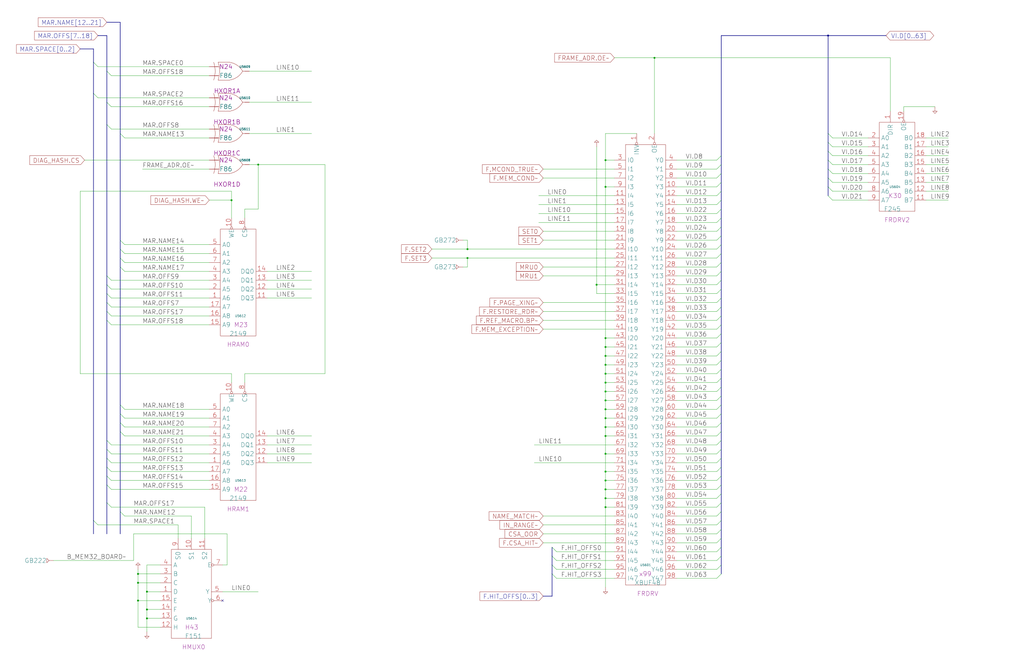
<source format=kicad_sch>
(kicad_sch (version 20211123) (generator eeschema)
  (paper "User" 584.2 378.46)
  (title_block (title "HASH FUNCTION / FRAME DRIVER") (date "20-MAR-90") (rev "1.0") (comment 1 "FIU") (comment 2 "232-003065") (comment 3 "S400") (comment 4 "RELEASED"))
  (lib_symbols
    (symbol "r1000:2149" (pin_names (offset 1.016))
      (property "Reference" "U" (at 2.54 5.08 0))
      (property "Value" "2149" (at -3.81 -5.08 0))
      (property "Location" "___" (at -1.27 0 0))
      (property "Name" "______" (at 1.27 -12.7 0))
      (symbol "2149_1_1"
        (pin input line (at -15.24 15.24 0) (length 6.35) (name "A6") (number "1"))
        (pin input line (at -2.54 60.96 270) (length 5.08) (name "WE") (number "10"))
        (pin tri_state line (at 17.78 15.24 180) (length 6.35) (name "DQ3") (number "11"))
        (pin tri_state line (at 17.78 20.32 180) (length 6.35) (name "DQ2") (number "12"))
        (pin tri_state line (at 17.78 25.4 180) (length 6.35) (name "DQ1") (number "13"))
        (pin tri_state line (at 17.78 30.48 180) (length 6.35) (name "DQ0") (number "14"))
        (pin input line (at -15.24 0 0) (length 6.35) (name "A9") (number "15"))
        (pin input line (at -15.24 5.08 0) (length 6.35) (name "A8") (number "16"))
        (pin input line (at -15.24 10.16 0) (length 6.35) (name "A7") (number "17"))
        (pin input line (at -15.24 20.32 0) (length 6.35) (name "A5") (number "2"))
        (pin input line (at -15.24 25.4 0) (length 6.35) (name "A4") (number "3"))
        (pin input line (at -15.24 30.48 0) (length 6.35) (name "A3") (number "4"))
        (pin input line (at -15.24 45.72 0) (length 6.35) (name "A0") (number "5"))
        (pin input line (at -15.24 40.64 0) (length 6.35) (name "A1") (number "6"))
        (pin input line (at -15.24 35.56 0) (length 6.35) (name "A2") (number "7"))
        (pin input line (at 5.08 60.96 270) (length 5.08) (name "CS") (number "8"))
      )
    )
    (symbol "r1000:F151" (pin_names (offset 1.016))
      (property "Reference" "U" (at 2.54 5.08 0))
      (property "Value" "F151" (at -1.27 -5.08 0))
      (property "Location" "___" (at -1.27 0 0))
      (property "Name" "______" (at 3.81 -12.7 0))
      (symbol "F151_1_1"
        (pin input line (at -15.24 20.32 0) (length 6.35) (name "D") (number "1"))
        (pin input line (at 2.54 50.8 270) (length 6.35) (name "S1") (number "10"))
        (pin input line (at 10.16 50.8 270) (length 6.35) (name "S2") (number "11"))
        (pin input line (at -15.24 0 0) (length 6.35) (name "H") (number "12"))
        (pin input line (at -15.24 5.08 0) (length 6.35) (name "G") (number "13"))
        (pin input line (at -15.24 10.16 0) (length 6.35) (name "F") (number "14"))
        (pin input line (at -15.24 15.24 0) (length 6.35) (name "E") (number "15"))
        (pin input line (at -15.24 25.4 0) (length 6.35) (name "C") (number "2"))
        (pin input line (at -15.24 30.48 0) (length 6.35) (name "B") (number "3"))
        (pin input line (at -15.24 35.56 0) (length 6.35) (name "A") (number "4"))
        (pin output line (at 20.32 20.32 180) (length 6.35) (name "Y") (number "5"))
        (pin output line (at 20.32 15.24 180) (length 5.08) (name "Y") (number "6"))
        (pin input line (at 20.32 35.56 180) (length 5.08) (name "E") (number "7"))
        (pin input line (at -5.08 50.8 270) (length 6.35) (name "S0") (number "9"))
      )
    )
    (symbol "r1000:F245" (pin_names (offset 1.016))
      (property "Reference" "U" (at 2.54 5.08 0))
      (property "Value" "F245" (at -3.81 -7.62 0))
      (property "Location" "___" (at -1.27 0 0))
      (property "Name" "______" (at 3.81 -15.24 0))
      (symbol "F245_1_1"
        (pin input line (at 0 48.26 270) (length 6.35) (name "DIR") (number "1"))
        (pin tri_state line (at 20.32 -2.54 180) (length 6.35) (name "B7") (number "11"))
        (pin tri_state line (at 20.32 2.54 180) (length 6.35) (name "B6") (number "12"))
        (pin tri_state line (at 20.32 7.62 180) (length 6.35) (name "B5") (number "13"))
        (pin tri_state line (at 20.32 12.7 180) (length 6.35) (name "B4") (number "14"))
        (pin tri_state line (at 20.32 17.78 180) (length 6.35) (name "B3") (number "15"))
        (pin tri_state line (at 20.32 22.86 180) (length 6.35) (name "B2") (number "16"))
        (pin tri_state line (at 20.32 27.94 180) (length 6.35) (name "B1") (number "17"))
        (pin tri_state line (at 20.32 33.02 180) (length 6.35) (name "B0") (number "18"))
        (pin input line (at 7.62 48.26 270) (length 5.08) (name "OE") (number "19"))
        (pin tri_state line (at -12.7 33.02 0) (length 6.35) (name "A0") (number "2"))
        (pin tri_state line (at -12.7 27.94 0) (length 6.35) (name "A1") (number "3"))
        (pin tri_state line (at -12.7 22.86 0) (length 6.35) (name "A2") (number "4"))
        (pin tri_state line (at -12.7 17.78 0) (length 6.35) (name "A3") (number "5"))
        (pin tri_state line (at -12.7 12.7 0) (length 6.35) (name "A4") (number "6"))
        (pin tri_state line (at -12.7 7.62 0) (length 6.35) (name "A5") (number "7"))
        (pin tri_state line (at -12.7 2.54 0) (length 6.35) (name "A6") (number "8"))
        (pin tri_state line (at -12.7 -2.54 0) (length 6.35) (name "A7") (number "9"))
      )
    )
    (symbol "r1000:F86" (pin_numbers hide) (pin_names hide)
      (property "Reference" "U" (at 12.7 2.54 0))
      (property "Value" "F86" (at 1.905 -2.54 0))
      (property "Location" "___" (at 1.905 2.54 0))
      (property "Name" "______" (at 2.54 -12.7 0))
      (symbol "F86_1_1"
        (pin input line (at -7.62 2.54 0) (length 5.08) (name "D0") (number "1"))
        (pin input line (at -7.62 -2.54 0) (length 5.08) (name "D1") (number "2"))
        (pin output line (at 15.24 0 180) (length 2.54) (name "Q") (number "3"))
      )
    )
    (symbol "r1000:GB" (pin_numbers hide) (pin_names (offset 0) hide)
      (property "Reference" "GB" (at 3.81 0 0))
      (symbol "GB_1_1"
        (pin bidirectional line (at 0 0 0) (length 2.54) (name "") (number "1"))
      )
    )
    (symbol "r1000:PD" (power) (pin_numbers hide) (pin_names hide) (in_bom no)
      (symbol "PD_1_1"
        (pin power_in line (at 0 0 270) (length 2.54) (name "PD") (number "1"))
      )
    )
    (symbol "r1000:PU" (power) (pin_numbers hide) (pin_names hide)
      (symbol "PU_1_1"
        (pin power_in line (at 0 0 90) (length 2.54) (name "PU") (number "1"))
      )
    )
    (symbol "r1000:XBUF48" (pin_names (offset 1.016))
      (property "Reference" "U" (at 2.54 5.08 0))
      (property "Value" "XBUF48" (at -3.81 -5.08 0))
      (property "Location" "___" (at -1.27 0 0))
      (property "Name" "______" (at 3.81 -12.7 0))
      (symbol "XBUF48_1_1"
        (pin input line (at -2.54 251.46 270) (length 5.08) (name "INV") (number "1"))
        (pin tri_state line (at 20.32 220.98 180) (length 6.35) (name "Y3") (number "10"))
        (pin input line (at -15.24 215.9 0) (length 6.35) (name "I4") (number "11"))
        (pin tri_state line (at 20.32 215.9 180) (length 6.35) (name "Y4") (number "12"))
        (pin input line (at -15.24 210.82 0) (length 6.35) (name "I5") (number "13"))
        (pin tri_state line (at 20.32 210.82 180) (length 6.35) (name "Y5") (number "14"))
        (pin input line (at -15.24 205.74 0) (length 6.35) (name "I6") (number "15"))
        (pin tri_state line (at 20.32 205.74 180) (length 6.35) (name "Y6") (number "16"))
        (pin input line (at -15.24 200.66 0) (length 6.35) (name "I7") (number "17"))
        (pin tri_state line (at 20.32 200.66 180) (length 6.35) (name "Y7") (number "18"))
        (pin input line (at -15.24 195.58 0) (length 6.35) (name "I8") (number "19"))
        (pin input line (at 7.62 251.46 270) (length 5.08) (name "OE") (number "2"))
        (pin tri_state line (at 20.32 195.58 180) (length 6.35) (name "Y8") (number "20"))
        (pin input line (at -15.24 190.5 0) (length 6.35) (name "I9") (number "21"))
        (pin tri_state line (at 20.32 190.5 180) (length 6.35) (name "Y9") (number "22"))
        (pin input line (at -15.24 185.42 0) (length 6.35) (name "I10") (number "23"))
        (pin tri_state line (at 20.32 185.42 180) (length 6.35) (name "Y10") (number "24"))
        (pin input line (at -15.24 180.34 0) (length 6.35) (name "I11") (number "25"))
        (pin tri_state line (at 20.32 180.34 180) (length 6.35) (name "Y11") (number "26"))
        (pin input line (at -15.24 175.26 0) (length 6.35) (name "I12") (number "27"))
        (pin tri_state line (at 20.32 175.26 180) (length 6.35) (name "Y12") (number "28"))
        (pin input line (at -15.24 170.18 0) (length 6.35) (name "I13") (number "29"))
        (pin input line (at -15.24 236.22 0) (length 6.35) (name "I0") (number "3"))
        (pin tri_state line (at 20.32 170.18 180) (length 6.35) (name "Y13") (number "30"))
        (pin input line (at -15.24 165.1 0) (length 6.35) (name "I14") (number "31"))
        (pin tri_state line (at 20.32 165.1 180) (length 6.35) (name "Y14") (number "32"))
        (pin input line (at -15.24 160.02 0) (length 6.35) (name "I15") (number "33"))
        (pin tri_state line (at 20.32 160.02 180) (length 6.35) (name "Y15") (number "34"))
        (pin input line (at -15.24 154.94 0) (length 6.35) (name "I16") (number "35"))
        (pin tri_state line (at 20.32 154.94 180) (length 6.35) (name "Y16") (number "36"))
        (pin input line (at -15.24 149.86 0) (length 6.35) (name "I17") (number "37"))
        (pin tri_state line (at 20.32 149.86 180) (length 6.35) (name "Y17") (number "38"))
        (pin input line (at -15.24 144.78 0) (length 6.35) (name "I18") (number "39"))
        (pin tri_state line (at 20.32 236.22 180) (length 6.35) (name "Y0") (number "4"))
        (pin tri_state line (at 20.32 144.78 180) (length 6.35) (name "Y18") (number "40"))
        (pin input line (at -15.24 139.7 0) (length 6.35) (name "I19") (number "41"))
        (pin tri_state line (at 20.32 139.7 180) (length 6.35) (name "Y19") (number "42"))
        (pin input line (at -15.24 134.62 0) (length 6.35) (name "I20") (number "43"))
        (pin tri_state line (at 20.32 134.62 180) (length 6.35) (name "Y20") (number "44"))
        (pin input line (at -15.24 129.54 0) (length 6.35) (name "I21") (number "45"))
        (pin tri_state line (at 20.32 129.54 180) (length 6.35) (name "Y21") (number "46"))
        (pin input line (at -15.24 124.46 0) (length 6.35) (name "I22") (number "47"))
        (pin tri_state line (at 20.32 124.46 180) (length 6.35) (name "Y22") (number "48"))
        (pin input line (at -15.24 119.38 0) (length 6.35) (name "I23") (number "49"))
        (pin input line (at -15.24 231.14 0) (length 6.35) (name "I1") (number "5"))
        (pin tri_state line (at 20.32 119.38 180) (length 6.35) (name "Y23") (number "50"))
        (pin input line (at -15.24 114.3 0) (length 6.35) (name "I24") (number "51"))
        (pin tri_state line (at 20.32 114.3 180) (length 6.35) (name "Y24") (number "52"))
        (pin input line (at -15.24 109.22 0) (length 6.35) (name "I25") (number "53"))
        (pin tri_state line (at 20.32 109.22 180) (length 6.35) (name "Y25") (number "54"))
        (pin input line (at -15.24 104.14 0) (length 6.35) (name "I26") (number "55"))
        (pin tri_state line (at 20.32 104.14 180) (length 6.35) (name "Y26") (number "56"))
        (pin input line (at -15.24 99.06 0) (length 6.35) (name "I27") (number "57"))
        (pin tri_state line (at 20.32 99.06 180) (length 6.35) (name "Y27") (number "58"))
        (pin input line (at -15.24 93.98 0) (length 6.35) (name "I28") (number "59"))
        (pin tri_state line (at 20.32 231.14 180) (length 6.35) (name "Y1") (number "6"))
        (pin tri_state line (at 20.32 93.98 180) (length 6.35) (name "Y28") (number "60"))
        (pin input line (at -15.24 88.9 0) (length 6.35) (name "I29") (number "61"))
        (pin tri_state line (at 20.32 88.9 180) (length 6.35) (name "Y29") (number "62"))
        (pin input line (at -15.24 83.82 0) (length 6.35) (name "I30") (number "63"))
        (pin tri_state line (at 20.32 83.82 180) (length 6.35) (name "Y30") (number "64"))
        (pin input line (at -15.24 78.74 0) (length 6.35) (name "I31") (number "65"))
        (pin tri_state line (at 20.32 78.74 180) (length 6.35) (name "Y31") (number "66"))
        (pin input line (at -15.24 73.66 0) (length 6.35) (name "I32") (number "67"))
        (pin tri_state line (at 20.32 73.66 180) (length 6.35) (name "Y32") (number "68"))
        (pin input line (at -15.24 68.58 0) (length 6.35) (name "I33") (number "69"))
        (pin input line (at -15.24 226.06 0) (length 6.35) (name "I2") (number "7"))
        (pin tri_state line (at 20.32 68.58 180) (length 6.35) (name "Y33") (number "70"))
        (pin input line (at -15.24 63.5 0) (length 6.35) (name "I34") (number "71"))
        (pin tri_state line (at 20.32 63.5 180) (length 6.35) (name "Y34") (number "72"))
        (pin input line (at -15.24 58.42 0) (length 6.35) (name "I35") (number "73"))
        (pin tri_state line (at 20.32 58.42 180) (length 6.35) (name "Y35") (number "74"))
        (pin input line (at -15.24 53.34 0) (length 6.35) (name "I36") (number "75"))
        (pin tri_state line (at 20.32 53.34 180) (length 6.35) (name "Y36") (number "76"))
        (pin input line (at -15.24 48.26 0) (length 6.35) (name "I37") (number "77"))
        (pin tri_state line (at 20.32 48.26 180) (length 6.35) (name "Y37") (number "78"))
        (pin input line (at -15.24 43.18 0) (length 6.35) (name "I38") (number "79"))
        (pin tri_state line (at 20.32 226.06 180) (length 6.35) (name "Y2") (number "8"))
        (pin tri_state line (at 20.32 43.18 180) (length 6.35) (name "Y38") (number "80"))
        (pin input line (at -15.24 38.1 0) (length 6.35) (name "I39") (number "81"))
        (pin tri_state line (at 20.32 38.1 180) (length 6.35) (name "Y39") (number "82"))
        (pin input line (at -15.24 33.02 0) (length 6.35) (name "I40") (number "83"))
        (pin tri_state line (at 20.32 33.02 180) (length 6.35) (name "Y40") (number "84"))
        (pin input line (at -15.24 27.94 0) (length 6.35) (name "I41") (number "85"))
        (pin tri_state line (at 20.32 27.94 180) (length 6.35) (name "Y41") (number "86"))
        (pin input line (at -15.24 22.86 0) (length 6.35) (name "I42") (number "87"))
        (pin tri_state line (at 20.32 22.86 180) (length 6.35) (name "Y42") (number "88"))
        (pin input line (at -15.24 17.78 0) (length 6.35) (name "I43") (number "89"))
        (pin input line (at -15.24 220.98 0) (length 6.35) (name "I3") (number "9"))
        (pin tri_state line (at 20.32 17.78 180) (length 6.35) (name "Y43") (number "90"))
        (pin input line (at -15.24 12.7 0) (length 6.35) (name "I44") (number "91"))
        (pin tri_state line (at 20.32 12.7 180) (length 6.35) (name "Y44") (number "92"))
        (pin input line (at -15.24 7.62 0) (length 6.35) (name "I45") (number "93"))
        (pin tri_state line (at 20.32 7.62 180) (length 6.35) (name "Y45") (number "94"))
        (pin input line (at -15.24 2.54 0) (length 6.35) (name "I46") (number "95"))
        (pin tri_state line (at 20.32 2.54 180) (length 6.35) (name "Y46") (number "96"))
        (pin input line (at -15.24 -2.54 0) (length 6.35) (name "I47") (number "97"))
        (pin tri_state line (at 20.32 -2.54 180) (length 6.35) (name "Y47") (number "98"))
      )
    )
  )
  (bus (pts (xy 314.96 312.42) (xy 314.96 317.5)))
  (bus (pts (xy 314.96 317.5) (xy 314.96 322.58)))
  (bus (pts (xy 314.96 322.58) (xy 314.96 327.66)))
  (bus (pts (xy 314.96 327.66) (xy 314.96 340.36)))
  (bus (pts (xy 314.96 340.36) (xy 309.88 340.36)))
  (bus (pts (xy 411.48 104.14) (xy 411.48 109.22)))
  (bus (pts (xy 411.48 109.22) (xy 411.48 114.3)))
  (bus (pts (xy 411.48 114.3) (xy 411.48 119.38)))
  (bus (pts (xy 411.48 119.38) (xy 411.48 124.46)))
  (bus (pts (xy 411.48 129.54) (xy 411.48 124.46)))
  (bus (pts (xy 411.48 134.62) (xy 411.48 129.54)))
  (bus (pts (xy 411.48 139.7) (xy 411.48 134.62)))
  (bus (pts (xy 411.48 144.78) (xy 411.48 139.7)))
  (bus (pts (xy 411.48 149.86) (xy 411.48 144.78)))
  (bus (pts (xy 411.48 154.94) (xy 411.48 149.86)))
  (bus (pts (xy 411.48 160.02) (xy 411.48 154.94)))
  (bus (pts (xy 411.48 165.1) (xy 411.48 160.02)))
  (bus (pts (xy 411.48 170.18) (xy 411.48 165.1)))
  (bus (pts (xy 411.48 175.26) (xy 411.48 170.18)))
  (bus (pts (xy 411.48 180.34) (xy 411.48 175.26)))
  (bus (pts (xy 411.48 185.42) (xy 411.48 180.34)))
  (bus (pts (xy 411.48 190.5) (xy 411.48 185.42)))
  (bus (pts (xy 411.48 195.58) (xy 411.48 190.5)))
  (bus (pts (xy 411.48 20.32) (xy 472.44 20.32)))
  (bus (pts (xy 411.48 200.66) (xy 411.48 195.58)))
  (bus (pts (xy 411.48 205.74) (xy 411.48 200.66)))
  (bus (pts (xy 411.48 210.82) (xy 411.48 205.74)))
  (bus (pts (xy 411.48 210.82) (xy 411.48 215.9)))
  (bus (pts (xy 411.48 220.98) (xy 411.48 215.9)))
  (bus (pts (xy 411.48 226.06) (xy 411.48 220.98)))
  (bus (pts (xy 411.48 226.06) (xy 411.48 231.14)))
  (bus (pts (xy 411.48 231.14) (xy 411.48 236.22)))
  (bus (pts (xy 411.48 236.22) (xy 411.48 241.3)))
  (bus (pts (xy 411.48 241.3) (xy 411.48 246.38)))
  (bus (pts (xy 411.48 251.46) (xy 411.48 246.38)))
  (bus (pts (xy 411.48 256.54) (xy 411.48 251.46)))
  (bus (pts (xy 411.48 261.62) (xy 411.48 256.54)))
  (bus (pts (xy 411.48 266.7) (xy 411.48 261.62)))
  (bus (pts (xy 411.48 271.78) (xy 411.48 266.7)))
  (bus (pts (xy 411.48 276.86) (xy 411.48 271.78)))
  (bus (pts (xy 411.48 281.94) (xy 411.48 276.86)))
  (bus (pts (xy 411.48 287.02) (xy 411.48 281.94)))
  (bus (pts (xy 411.48 292.1) (xy 411.48 287.02)))
  (bus (pts (xy 411.48 297.18) (xy 411.48 292.1)))
  (bus (pts (xy 411.48 302.26) (xy 411.48 297.18)))
  (bus (pts (xy 411.48 307.34) (xy 411.48 302.26)))
  (bus (pts (xy 411.48 312.42) (xy 411.48 307.34)))
  (bus (pts (xy 411.48 317.5) (xy 411.48 312.42)))
  (bus (pts (xy 411.48 322.58) (xy 411.48 317.5)))
  (bus (pts (xy 411.48 327.66) (xy 411.48 322.58)))
  (bus (pts (xy 411.48 88.9) (xy 411.48 20.32)))
  (bus (pts (xy 411.48 88.9) (xy 411.48 93.98)))
  (bus (pts (xy 411.48 93.98) (xy 411.48 99.06)))
  (bus (pts (xy 411.48 99.06) (xy 411.48 104.14)))
  (bus (pts (xy 45.72 27.94) (xy 53.34 27.94)))
  (bus (pts (xy 472.44 101.6) (xy 472.44 106.68)))
  (bus (pts (xy 472.44 106.68) (xy 472.44 111.76)))
  (bus (pts (xy 472.44 20.32) (xy 472.44 76.2)))
  (bus (pts (xy 472.44 20.32) (xy 505.46 20.32)))
  (bus (pts (xy 472.44 76.2) (xy 472.44 81.28)))
  (bus (pts (xy 472.44 81.28) (xy 472.44 86.36)))
  (bus (pts (xy 472.44 86.36) (xy 472.44 91.44)))
  (bus (pts (xy 472.44 91.44) (xy 472.44 96.52)))
  (bus (pts (xy 472.44 96.52) (xy 472.44 101.6)))
  (bus (pts (xy 53.34 27.94) (xy 53.34 35.56)))
  (bus (pts (xy 53.34 297.18) (xy 53.34 304.8)))
  (bus (pts (xy 53.34 35.56) (xy 53.34 53.34)))
  (bus (pts (xy 53.34 53.34) (xy 53.34 297.18)))
  (bus (pts (xy 55.88 20.32) (xy 60.96 20.32)))
  (bus (pts (xy 60.96 12.7) (xy 68.58 12.7)))
  (bus (pts (xy 60.96 157.48) (xy 60.96 162.56)))
  (bus (pts (xy 60.96 162.56) (xy 60.96 167.64)))
  (bus (pts (xy 60.96 167.64) (xy 60.96 172.72)))
  (bus (pts (xy 60.96 172.72) (xy 60.96 177.8)))
  (bus (pts (xy 60.96 177.8) (xy 60.96 182.88)))
  (bus (pts (xy 60.96 182.88) (xy 60.96 251.46)))
  (bus (pts (xy 60.96 20.32) (xy 60.96 40.64)))
  (bus (pts (xy 60.96 251.46) (xy 60.96 256.54)))
  (bus (pts (xy 60.96 256.54) (xy 60.96 261.62)))
  (bus (pts (xy 60.96 261.62) (xy 60.96 266.7)))
  (bus (pts (xy 60.96 266.7) (xy 60.96 271.78)))
  (bus (pts (xy 60.96 271.78) (xy 60.96 276.86)))
  (bus (pts (xy 60.96 276.86) (xy 60.96 287.02)))
  (bus (pts (xy 60.96 287.02) (xy 60.96 304.8)))
  (bus (pts (xy 60.96 40.64) (xy 60.96 58.42)))
  (bus (pts (xy 60.96 58.42) (xy 60.96 71.12)))
  (bus (pts (xy 60.96 71.12) (xy 60.96 157.48)))
  (bus (pts (xy 68.58 12.7) (xy 68.58 76.2)))
  (bus (pts (xy 68.58 137.16) (xy 68.58 142.24)))
  (bus (pts (xy 68.58 142.24) (xy 68.58 147.32)))
  (bus (pts (xy 68.58 147.32) (xy 68.58 152.4)))
  (bus (pts (xy 68.58 152.4) (xy 68.58 231.14)))
  (bus (pts (xy 68.58 231.14) (xy 68.58 236.22)))
  (bus (pts (xy 68.58 236.22) (xy 68.58 241.3)))
  (bus (pts (xy 68.58 241.3) (xy 68.58 246.38)))
  (bus (pts (xy 68.58 246.38) (xy 68.58 292.1)))
  (bus (pts (xy 68.58 292.1) (xy 68.58 304.8)))
  (bus (pts (xy 68.58 76.2) (xy 68.58 137.16)))
  (wire (pts (xy 101.6 299.72) (xy 55.88 299.72)))
  (wire (pts (xy 101.6 307.34) (xy 101.6 299.72)))
  (wire (pts (xy 109.22 294.64) (xy 71.12 294.64)))
  (wire (pts (xy 109.22 307.34) (xy 109.22 294.64)))
  (wire (pts (xy 116.84 289.56) (xy 63.5 289.56)))
  (wire (pts (xy 116.84 307.34) (xy 116.84 289.56)))
  (wire (pts (xy 119.38 114.3) (xy 132.08 114.3)))
  (wire (pts (xy 127 337.82) (xy 147.32 337.82)))
  (wire (pts (xy 129.54 304.8) (xy 129.54 322.58)))
  (wire (pts (xy 129.54 322.58) (xy 127 322.58)))
  (wire (pts (xy 132.08 109.22) (xy 132.08 114.3)))
  (wire (pts (xy 132.08 114.3) (xy 132.08 124.46)))
  (wire (pts (xy 132.08 213.36) (xy 45.72 213.36)))
  (wire (pts (xy 132.08 218.44) (xy 132.08 213.36)))
  (wire (pts (xy 139.7 119.38) (xy 139.7 124.46)))
  (wire (pts (xy 139.7 213.36) (xy 185.42 213.36)))
  (wire (pts (xy 139.7 218.44) (xy 139.7 213.36)))
  (wire (pts (xy 142.24 40.64) (xy 177.8 40.64)))
  (wire (pts (xy 142.24 58.42) (xy 177.8 58.42)))
  (wire (pts (xy 142.24 76.2) (xy 177.8 76.2)))
  (wire (pts (xy 142.24 93.98) (xy 147.32 93.98)))
  (wire (pts (xy 147.32 119.38) (xy 139.7 119.38)))
  (wire (pts (xy 147.32 93.98) (xy 147.32 119.38)))
  (wire (pts (xy 152.4 154.94) (xy 177.8 154.94)))
  (wire (pts (xy 152.4 160.02) (xy 177.8 160.02)))
  (wire (pts (xy 152.4 165.1) (xy 177.8 165.1)))
  (wire (pts (xy 152.4 170.18) (xy 177.8 170.18)))
  (wire (pts (xy 152.4 248.92) (xy 177.8 248.92)))
  (wire (pts (xy 152.4 254) (xy 177.8 254)))
  (wire (pts (xy 152.4 259.08) (xy 177.8 259.08)))
  (wire (pts (xy 152.4 264.16) (xy 177.8 264.16)))
  (wire (pts (xy 185.42 213.36) (xy 185.42 93.98)))
  (wire (pts (xy 185.42 93.98) (xy 147.32 93.98)))
  (wire (pts (xy 246.38 142.24) (xy 266.7 142.24)))
  (wire (pts (xy 246.38 147.32) (xy 266.7 147.32)))
  (wire (pts (xy 264.16 137.16) (xy 266.7 137.16)))
  (wire (pts (xy 264.16 152.4) (xy 266.7 152.4)))
  (wire (pts (xy 266.7 142.24) (xy 266.7 137.16)))
  (wire (pts (xy 266.7 142.24) (xy 350.52 142.24)))
  (wire (pts (xy 266.7 147.32) (xy 266.7 152.4)))
  (wire (pts (xy 266.7 147.32) (xy 350.52 147.32)))
  (wire (pts (xy 30.48 320.04) (xy 76.2 320.04)))
  (wire (pts (xy 304.8 254) (xy 350.52 254)))
  (wire (pts (xy 304.8 264.16) (xy 350.52 264.16)))
  (wire (pts (xy 307.34 111.76) (xy 350.52 111.76)))
  (wire (pts (xy 307.34 116.84) (xy 350.52 116.84)))
  (wire (pts (xy 307.34 121.92) (xy 350.52 121.92)))
  (wire (pts (xy 307.34 127) (xy 350.52 127)))
  (wire (pts (xy 309.88 101.6) (xy 350.52 101.6)))
  (wire (pts (xy 309.88 132.08) (xy 350.52 132.08)))
  (wire (pts (xy 309.88 137.16) (xy 350.52 137.16)))
  (wire (pts (xy 309.88 152.4) (xy 350.52 152.4)))
  (wire (pts (xy 309.88 157.48) (xy 350.52 157.48)))
  (wire (pts (xy 309.88 172.72) (xy 350.52 172.72)))
  (wire (pts (xy 309.88 177.8) (xy 350.52 177.8)))
  (wire (pts (xy 309.88 182.88) (xy 350.52 182.88)))
  (wire (pts (xy 309.88 187.96) (xy 350.52 187.96)))
  (wire (pts (xy 309.88 294.64) (xy 350.52 294.64)))
  (wire (pts (xy 309.88 299.72) (xy 350.52 299.72)))
  (wire (pts (xy 309.88 304.8) (xy 350.52 304.8)))
  (wire (pts (xy 309.88 309.88) (xy 350.52 309.88)))
  (wire (pts (xy 309.88 96.52) (xy 350.52 96.52)))
  (wire (pts (xy 317.5 314.96) (xy 350.52 314.96)))
  (wire (pts (xy 317.5 320.04) (xy 350.52 320.04)))
  (wire (pts (xy 317.5 325.12) (xy 350.52 325.12)))
  (wire (pts (xy 317.5 330.2) (xy 350.52 330.2)))
  (wire (pts (xy 340.36 167.64) (xy 340.36 162.56)))
  (wire (pts (xy 340.36 167.64) (xy 350.52 167.64)))
  (wire (pts (xy 340.36 83.82) (xy 340.36 162.56)))
  (wire (pts (xy 345.44 106.68) (xy 345.44 193.04)))
  (wire (pts (xy 345.44 106.68) (xy 350.52 106.68)))
  (wire (pts (xy 345.44 193.04) (xy 345.44 198.12)))
  (wire (pts (xy 345.44 198.12) (xy 345.44 203.2)))
  (wire (pts (xy 345.44 198.12) (xy 350.52 198.12)))
  (wire (pts (xy 345.44 203.2) (xy 345.44 208.28)))
  (wire (pts (xy 345.44 203.2) (xy 350.52 203.2)))
  (wire (pts (xy 345.44 208.28) (xy 350.52 208.28)))
  (wire (pts (xy 345.44 213.36) (xy 345.44 208.28)))
  (wire (pts (xy 345.44 213.36) (xy 345.44 218.44)))
  (wire (pts (xy 345.44 218.44) (xy 345.44 223.52)))
  (wire (pts (xy 345.44 218.44) (xy 350.52 218.44)))
  (wire (pts (xy 345.44 223.52) (xy 345.44 228.6)))
  (wire (pts (xy 345.44 223.52) (xy 350.52 223.52)))
  (wire (pts (xy 345.44 228.6) (xy 345.44 233.68)))
  (wire (pts (xy 345.44 228.6) (xy 350.52 228.6)))
  (wire (pts (xy 345.44 233.68) (xy 345.44 238.76)))
  (wire (pts (xy 345.44 233.68) (xy 350.52 233.68)))
  (wire (pts (xy 345.44 238.76) (xy 345.44 243.84)))
  (wire (pts (xy 345.44 238.76) (xy 350.52 238.76)))
  (wire (pts (xy 345.44 243.84) (xy 345.44 248.92)))
  (wire (pts (xy 345.44 243.84) (xy 350.52 243.84)))
  (wire (pts (xy 345.44 248.92) (xy 345.44 259.08)))
  (wire (pts (xy 345.44 248.92) (xy 350.52 248.92)))
  (wire (pts (xy 345.44 259.08) (xy 345.44 269.24)))
  (wire (pts (xy 345.44 259.08) (xy 350.52 259.08)))
  (wire (pts (xy 345.44 269.24) (xy 345.44 274.32)))
  (wire (pts (xy 345.44 269.24) (xy 350.52 269.24)))
  (wire (pts (xy 345.44 274.32) (xy 345.44 279.4)))
  (wire (pts (xy 345.44 274.32) (xy 350.52 274.32)))
  (wire (pts (xy 345.44 279.4) (xy 345.44 284.48)))
  (wire (pts (xy 345.44 279.4) (xy 350.52 279.4)))
  (wire (pts (xy 345.44 284.48) (xy 345.44 289.56)))
  (wire (pts (xy 345.44 284.48) (xy 350.52 284.48)))
  (wire (pts (xy 345.44 289.56) (xy 350.52 289.56)))
  (wire (pts (xy 345.44 335.28) (xy 345.44 289.56)))
  (wire (pts (xy 345.44 76.2) (xy 363.22 76.2)))
  (wire (pts (xy 345.44 91.44) (xy 345.44 106.68)))
  (wire (pts (xy 345.44 91.44) (xy 345.44 76.2)))
  (wire (pts (xy 350.52 162.56) (xy 340.36 162.56)))
  (wire (pts (xy 350.52 193.04) (xy 345.44 193.04)))
  (wire (pts (xy 350.52 213.36) (xy 345.44 213.36)))
  (wire (pts (xy 350.52 33.02) (xy 373.38 33.02)))
  (wire (pts (xy 350.52 91.44) (xy 345.44 91.44)))
  (wire (pts (xy 373.38 33.02) (xy 373.38 76.2)))
  (wire (pts (xy 373.38 33.02) (xy 508 33.02)))
  (wire (pts (xy 386.08 101.6) (xy 408.94 101.6)))
  (wire (pts (xy 386.08 106.68) (xy 408.94 106.68)))
  (wire (pts (xy 386.08 111.76) (xy 408.94 111.76)))
  (wire (pts (xy 386.08 116.84) (xy 408.94 116.84)))
  (wire (pts (xy 386.08 121.92) (xy 408.94 121.92)))
  (wire (pts (xy 386.08 127) (xy 408.94 127)))
  (wire (pts (xy 386.08 132.08) (xy 408.94 132.08)))
  (wire (pts (xy 386.08 137.16) (xy 408.94 137.16)))
  (wire (pts (xy 386.08 142.24) (xy 408.94 142.24)))
  (wire (pts (xy 386.08 147.32) (xy 408.94 147.32)))
  (wire (pts (xy 386.08 152.4) (xy 408.94 152.4)))
  (wire (pts (xy 386.08 157.48) (xy 408.94 157.48)))
  (wire (pts (xy 386.08 162.56) (xy 408.94 162.56)))
  (wire (pts (xy 386.08 167.64) (xy 408.94 167.64)))
  (wire (pts (xy 386.08 172.72) (xy 408.94 172.72)))
  (wire (pts (xy 386.08 177.8) (xy 408.94 177.8)))
  (wire (pts (xy 386.08 182.88) (xy 408.94 182.88)))
  (wire (pts (xy 386.08 187.96) (xy 408.94 187.96)))
  (wire (pts (xy 386.08 193.04) (xy 408.94 193.04)))
  (wire (pts (xy 386.08 198.12) (xy 408.94 198.12)))
  (wire (pts (xy 386.08 203.2) (xy 408.94 203.2)))
  (wire (pts (xy 386.08 208.28) (xy 408.94 208.28)))
  (wire (pts (xy 386.08 213.36) (xy 408.94 213.36)))
  (wire (pts (xy 386.08 218.44) (xy 408.94 218.44)))
  (wire (pts (xy 386.08 223.52) (xy 408.94 223.52)))
  (wire (pts (xy 386.08 228.6) (xy 408.94 228.6)))
  (wire (pts (xy 386.08 233.68) (xy 408.94 233.68)))
  (wire (pts (xy 386.08 238.76) (xy 408.94 238.76)))
  (wire (pts (xy 386.08 243.84) (xy 408.94 243.84)))
  (wire (pts (xy 386.08 248.92) (xy 408.94 248.92)))
  (wire (pts (xy 386.08 254) (xy 408.94 254)))
  (wire (pts (xy 386.08 259.08) (xy 408.94 259.08)))
  (wire (pts (xy 386.08 264.16) (xy 408.94 264.16)))
  (wire (pts (xy 386.08 269.24) (xy 408.94 269.24)))
  (wire (pts (xy 386.08 274.32) (xy 408.94 274.32)))
  (wire (pts (xy 386.08 279.4) (xy 408.94 279.4)))
  (wire (pts (xy 386.08 284.48) (xy 408.94 284.48)))
  (wire (pts (xy 386.08 289.56) (xy 408.94 289.56)))
  (wire (pts (xy 386.08 294.64) (xy 408.94 294.64)))
  (wire (pts (xy 386.08 299.72) (xy 408.94 299.72)))
  (wire (pts (xy 386.08 304.8) (xy 408.94 304.8)))
  (wire (pts (xy 386.08 309.88) (xy 408.94 309.88)))
  (wire (pts (xy 386.08 314.96) (xy 408.94 314.96)))
  (wire (pts (xy 386.08 320.04) (xy 408.94 320.04)))
  (wire (pts (xy 386.08 325.12) (xy 408.94 325.12)))
  (wire (pts (xy 386.08 330.2) (xy 408.94 330.2)))
  (wire (pts (xy 386.08 91.44) (xy 408.94 91.44)))
  (wire (pts (xy 386.08 96.52) (xy 408.94 96.52)))
  (wire (pts (xy 45.72 109.22) (xy 132.08 109.22)))
  (wire (pts (xy 45.72 213.36) (xy 45.72 109.22)))
  (wire (pts (xy 474.98 104.14) (xy 495.3 104.14)))
  (wire (pts (xy 474.98 109.22) (xy 495.3 109.22)))
  (wire (pts (xy 474.98 114.3) (xy 495.3 114.3)))
  (wire (pts (xy 474.98 78.74) (xy 495.3 78.74)))
  (wire (pts (xy 474.98 83.82) (xy 495.3 83.82)))
  (wire (pts (xy 474.98 88.9) (xy 495.3 88.9)))
  (wire (pts (xy 474.98 93.98) (xy 495.3 93.98)))
  (wire (pts (xy 474.98 99.06) (xy 495.3 99.06)))
  (wire (pts (xy 48.26 91.44) (xy 119.38 91.44)))
  (wire (pts (xy 508 33.02) (xy 508 63.5)))
  (wire (pts (xy 515.62 60.96) (xy 533.4 60.96)))
  (wire (pts (xy 515.62 63.5) (xy 515.62 60.96)))
  (wire (pts (xy 528.32 104.14) (xy 541.02 104.14)))
  (wire (pts (xy 528.32 109.22) (xy 541.02 109.22)))
  (wire (pts (xy 528.32 114.3) (xy 541.02 114.3)))
  (wire (pts (xy 528.32 78.74) (xy 541.02 78.74)))
  (wire (pts (xy 528.32 83.82) (xy 541.02 83.82)))
  (wire (pts (xy 528.32 88.9) (xy 541.02 88.9)))
  (wire (pts (xy 528.32 93.98) (xy 541.02 93.98)))
  (wire (pts (xy 528.32 99.06) (xy 541.02 99.06)))
  (wire (pts (xy 55.88 38.1) (xy 119.38 38.1)))
  (wire (pts (xy 55.88 55.88) (xy 119.38 55.88)))
  (wire (pts (xy 63.5 160.02) (xy 119.38 160.02)))
  (wire (pts (xy 63.5 165.1) (xy 119.38 165.1)))
  (wire (pts (xy 63.5 170.18) (xy 119.38 170.18)))
  (wire (pts (xy 63.5 175.26) (xy 119.38 175.26)))
  (wire (pts (xy 63.5 180.34) (xy 119.38 180.34)))
  (wire (pts (xy 63.5 185.42) (xy 119.38 185.42)))
  (wire (pts (xy 63.5 254) (xy 119.38 254)))
  (wire (pts (xy 63.5 259.08) (xy 119.38 259.08)))
  (wire (pts (xy 63.5 264.16) (xy 119.38 264.16)))
  (wire (pts (xy 63.5 269.24) (xy 119.38 269.24)))
  (wire (pts (xy 63.5 274.32) (xy 119.38 274.32)))
  (wire (pts (xy 63.5 279.4) (xy 119.38 279.4)))
  (wire (pts (xy 63.5 43.18) (xy 119.38 43.18)))
  (wire (pts (xy 63.5 60.96) (xy 119.38 60.96)))
  (wire (pts (xy 63.5 73.66) (xy 119.38 73.66)))
  (wire (pts (xy 71.12 139.7) (xy 119.38 139.7)))
  (wire (pts (xy 71.12 144.78) (xy 119.38 144.78)))
  (wire (pts (xy 71.12 149.86) (xy 119.38 149.86)))
  (wire (pts (xy 71.12 154.94) (xy 119.38 154.94)))
  (wire (pts (xy 71.12 233.68) (xy 119.38 233.68)))
  (wire (pts (xy 71.12 238.76) (xy 119.38 238.76)))
  (wire (pts (xy 71.12 243.84) (xy 119.38 243.84)))
  (wire (pts (xy 71.12 248.92) (xy 119.38 248.92)))
  (wire (pts (xy 71.12 78.74) (xy 119.38 78.74)))
  (wire (pts (xy 76.2 304.8) (xy 129.54 304.8)))
  (wire (pts (xy 76.2 320.04) (xy 76.2 304.8)))
  (wire (pts (xy 78.74 327.66) (xy 78.74 325.12)))
  (wire (pts (xy 78.74 327.66) (xy 91.44 327.66)))
  (wire (pts (xy 78.74 332.74) (xy 78.74 327.66)))
  (wire (pts (xy 78.74 332.74) (xy 91.44 332.74)))
  (wire (pts (xy 78.74 342.9) (xy 78.74 332.74)))
  (wire (pts (xy 78.74 358.14) (xy 78.74 342.9)))
  (wire (pts (xy 81.28 96.52) (xy 119.38 96.52)))
  (wire (pts (xy 83.82 322.58) (xy 83.82 337.82)))
  (wire (pts (xy 83.82 337.82) (xy 83.82 347.98)))
  (wire (pts (xy 83.82 337.82) (xy 91.44 337.82)))
  (wire (pts (xy 83.82 347.98) (xy 83.82 353.06)))
  (wire (pts (xy 83.82 347.98) (xy 91.44 347.98)))
  (wire (pts (xy 83.82 353.06) (xy 83.82 360.68)))
  (wire (pts (xy 83.82 353.06) (xy 91.44 353.06)))
  (wire (pts (xy 91.44 322.58) (xy 83.82 322.58)))
  (wire (pts (xy 91.44 342.9) (xy 78.74 342.9)))
  (wire (pts (xy 91.44 358.14) (xy 78.74 358.14)))
  (symbol (lib_id "r1000:GB") (at 30.48 320.04 0) (mirror y) (unit 1)
    (property "Reference" "GB222" (at 26.67 320.04 0) (effects (font (size 2.54 2.54)) (justify left)))
    (property "Value" "GB" (effects hide))
  )
  (label "B_MEM32_BOARD~" (at 38.1 320.04 0) (effects (font (size 2.54 2.54))))
  (global_label "MAR.SPACE[0..2]" (shape input) (at 45.72 27.94 180) (effects (font (size 2.54 2.54))) (property "Intersheet References" "${INTERSHEET_REFS}" (at 9.4464 27.7813 0) (effects (font (size 2.54 2.54)) (justify right))))
  (global_label "DIAG_HASH.CS" (shape input) (at 48.26 91.44 180) (effects (font (size 2.54 2.54))) (property "Intersheet References" "${INTERSHEET_REFS}" (at 16.9454 91.2813 0) (effects (font (size 2.54 2.54)) (justify right))))
  (bus_entry (at 53.34 35.56) (size 2.54 2.54))
  (bus_entry (at 53.34 53.34) (size 2.54 2.54))
  (bus_entry (at 53.34 297.18) (size 2.54 2.54))
  (global_label "MAR.OFFS[7..18]" (shape input) (at 55.88 20.32 180) (effects (font (size 2.54 2.54))) (property "Intersheet References" "${INTERSHEET_REFS}" (at 19.7273 20.1613 0) (effects (font (size 2.54 2.54)) (justify right))))
  (global_label "MAR.NAME[12..21]" (shape input) (at 60.96 12.7 180) (effects (font (size 2.54 2.54))) (property "Intersheet References" "${INTERSHEET_REFS}" (at 21.7835 12.5413 0) (effects (font (size 2.54 2.54)) (justify right))))
  (bus_entry (at 60.96 40.64) (size 2.54 2.54))
  (bus_entry (at 60.96 58.42) (size 2.54 2.54))
  (bus_entry (at 60.96 71.12) (size 2.54 2.54))
  (bus_entry (at 60.96 157.48) (size 2.54 2.54))
  (bus_entry (at 60.96 162.56) (size 2.54 2.54))
  (bus_entry (at 60.96 167.64) (size 2.54 2.54))
  (bus_entry (at 60.96 172.72) (size 2.54 2.54))
  (bus_entry (at 60.96 177.8) (size 2.54 2.54))
  (bus_entry (at 60.96 182.88) (size 2.54 2.54))
  (bus_entry (at 60.96 251.46) (size 2.54 2.54))
  (bus_entry (at 60.96 256.54) (size 2.54 2.54))
  (bus_entry (at 60.96 261.62) (size 2.54 2.54))
  (bus_entry (at 60.96 266.7) (size 2.54 2.54))
  (bus_entry (at 60.96 271.78) (size 2.54 2.54))
  (bus_entry (at 60.96 276.86) (size 2.54 2.54))
  (bus_entry (at 60.96 287.02) (size 2.54 2.54))
  (bus_entry (at 68.58 76.2) (size 2.54 2.54))
  (bus_entry (at 68.58 137.16) (size 2.54 2.54))
  (bus_entry (at 68.58 142.24) (size 2.54 2.54))
  (bus_entry (at 68.58 147.32) (size 2.54 2.54))
  (bus_entry (at 68.58 152.4) (size 2.54 2.54))
  (bus_entry (at 68.58 231.14) (size 2.54 2.54))
  (bus_entry (at 68.58 236.22) (size 2.54 2.54))
  (bus_entry (at 68.58 241.3) (size 2.54 2.54))
  (bus_entry (at 68.58 246.38) (size 2.54 2.54))
  (bus_entry (at 68.58 292.1) (size 2.54 2.54))
  (label "MAR.OFFS17" (at 76.2 289.56 0) (effects (font (size 2.54 2.54))))
  (label "MAR.NAME12" (at 76.2 294.64 0) (effects (font (size 2.54 2.54))))
  (label "MAR.SPACE1" (at 76.2 299.72 0) (effects (font (size 2.54 2.54))))
  (symbol (lib_id "r1000:PU") (at 78.74 325.12 0) (unit 1)
    (property "Reference" "#PWR05607" (effects hide))
    (property "Value" "PU" (effects hide))
  )
  (junction (at 78.74 327.66))
  (junction (at 78.74 332.74))
  (junction (at 78.74 342.9))
  (label "MAR.SPACE0" (at 81.28 38.1 0) (effects (font (size 2.54 2.54))))
  (label "MAR.OFFS18" (at 81.28 43.18 0) (effects (font (size 2.54 2.54))))
  (label "MAR.SPACE2" (at 81.28 55.88 0) (effects (font (size 2.54 2.54))))
  (label "MAR.OFFS16" (at 81.28 60.96 0) (effects (font (size 2.54 2.54))))
  (label "MAR.OFFS8" (at 81.28 73.66 0) (effects (font (size 2.54 2.54))))
  (label "MAR.NAME13" (at 81.28 78.74 0) (effects (font (size 2.54 2.54))))
  (label "FRAME_ADR.OE~" (at 81.28 96.52 0) (effects (font (size 2.54 2.54))))
  (label "MAR.NAME14" (at 81.28 139.7 0) (effects (font (size 2.54 2.54))))
  (label "MAR.NAME15" (at 81.28 144.78 0) (effects (font (size 2.54 2.54))))
  (label "MAR.NAME16" (at 81.28 149.86 0) (effects (font (size 2.54 2.54))))
  (label "MAR.NAME17" (at 81.28 154.94 0) (effects (font (size 2.54 2.54))))
  (label "MAR.OFFS9" (at 81.28 160.02 0) (effects (font (size 2.54 2.54))))
  (label "MAR.OFFS10" (at 81.28 165.1 0) (effects (font (size 2.54 2.54))))
  (label "MAR.OFFS11" (at 81.28 170.18 0) (effects (font (size 2.54 2.54))))
  (label "MAR.OFFS7" (at 81.28 175.26 0) (effects (font (size 2.54 2.54))))
  (label "MAR.OFFS17" (at 81.28 180.34 0) (effects (font (size 2.54 2.54))))
  (label "MAR.OFFS18" (at 81.28 185.42 0) (effects (font (size 2.54 2.54))))
  (label "MAR.NAME18" (at 81.28 233.68 0) (effects (font (size 2.54 2.54))))
  (label "MAR.NAME19" (at 81.28 238.76 0) (effects (font (size 2.54 2.54))))
  (label "MAR.NAME20" (at 81.28 243.84 0) (effects (font (size 2.54 2.54))))
  (label "MAR.NAME21" (at 81.28 248.92 0) (effects (font (size 2.54 2.54))))
  (label "MAR.OFFS10" (at 81.28 254 0) (effects (font (size 2.54 2.54))))
  (label "MAR.OFFS11" (at 81.28 259.08 0) (effects (font (size 2.54 2.54))))
  (label "MAR.OFFS12" (at 81.28 264.16 0) (effects (font (size 2.54 2.54))))
  (label "MAR.OFFS13" (at 81.28 269.24 0) (effects (font (size 2.54 2.54))))
  (label "MAR.OFFS14" (at 81.28 274.32 0) (effects (font (size 2.54 2.54))))
  (label "MAR.OFFS15" (at 81.28 279.4 0) (effects (font (size 2.54 2.54))))
  (junction (at 83.82 337.82))
  (junction (at 83.82 347.98))
  (junction (at 83.82 353.06))
  (symbol (lib_id "r1000:PD") (at 83.82 360.68 0) (unit 1) (in_bom no)
    (property "Reference" "#PWR05608" (effects hide))
    (property "Value" "PD" (effects hide))
  )
  (symbol (lib_id "r1000:F151") (at 106.68 358.14 0) (unit 1)
    (property "Reference" "U5614" (at 109.22 353.06 0))
    (property "Value" "F151" (at 105.41 363.22 0) (effects (font (size 2.54 2.54)) (justify left)))
    (property "Location" "H43" (at 105.41 358.14 0) (effects (font (size 2.54 2.54)) (justify left)))
    (property "Name" "HMUX0" (at 110.49 370.84 0) (effects (font (size 2.54 2.54)) (justify bottom)))
  )
  (global_label "DIAG_HASH.WE~" (shape input) (at 119.38 114.3 180) (effects (font (size 2.54 2.54))) (property "Intersheet References" "${INTERSHEET_REFS}" (at 86.0092 114.1413 0) (effects (font (size 2.54 2.54)) (justify right))))
  (symbol (lib_id "r1000:F86") (at 127 40.64 0) (unit 1)
    (property "Reference" "U5609" (at 139.7 38.1 0))
    (property "Value" "F86" (at 128.905 43.18 0) (effects (font (size 2.54 2.54))))
    (property "Location" "N24" (at 128.905 38.1 0) (effects (font (size 2.54 2.54))))
    (property "Name" "HXOR1A" (at 129.54 53.34 0) (effects (font (size 2.54 2.54)) (justify bottom)))
  )
  (symbol (lib_id "r1000:F86") (at 127 58.42 0) (unit 1)
    (property "Reference" "U5610" (at 139.7 55.88 0))
    (property "Value" "F86" (at 128.905 60.96 0) (effects (font (size 2.54 2.54))))
    (property "Location" "N24" (at 128.905 55.88 0) (effects (font (size 2.54 2.54))))
    (property "Name" "HXOR1B" (at 129.54 71.12 0) (effects (font (size 2.54 2.54)) (justify bottom)))
  )
  (symbol (lib_id "r1000:F86") (at 127 76.2 0) (unit 1)
    (property "Reference" "U5611" (at 139.7 73.66 0))
    (property "Value" "F86" (at 128.905 78.74 0) (effects (font (size 2.54 2.54))))
    (property "Location" "N24" (at 128.905 73.66 0) (effects (font (size 2.54 2.54))))
    (property "Name" "HXOR1C" (at 129.54 88.9 0) (effects (font (size 2.54 2.54)) (justify bottom)))
  )
  (symbol (lib_id "r1000:F86") (at 127 93.98 0) (unit 1)
    (property "Reference" "U5608" (at 139.7 91.44 0))
    (property "Value" "F86" (at 128.905 96.52 0) (effects (font (size 2.54 2.54))))
    (property "Location" "N24" (at 128.905 91.44 0) (effects (font (size 2.54 2.54))))
    (property "Name" "HXOR1D" (at 129.54 106.68 0) (effects (font (size 2.54 2.54)) (justify bottom)))
  )
  (no_connect (at 127 342.9))
  (junction (at 132.08 114.3))
  (label "LINE0" (at 132.08 337.82 0) (effects (font (size 2.54 2.54))))
  (symbol (lib_id "r1000:2149") (at 134.62 185.42 0) (unit 1)
    (property "Reference" "U5612" (at 137.16 180.34 0))
    (property "Value" "2149" (at 130.81 190.5 0) (effects (font (size 2.54 2.54)) (justify left)))
    (property "Location" "M23" (at 133.35 185.42 0) (effects (font (size 2.54 2.54)) (justify left)))
    (property "Name" "HRAM0" (at 135.89 198.12 0) (effects (font (size 2.54 2.54)) (justify bottom)))
  )
  (symbol (lib_id "r1000:2149") (at 134.62 279.4 0) (unit 1)
    (property "Reference" "U5613" (at 137.16 274.32 0))
    (property "Value" "2149" (at 130.81 284.48 0) (effects (font (size 2.54 2.54)) (justify left)))
    (property "Location" "M22" (at 133.35 279.4 0) (effects (font (size 2.54 2.54)) (justify left)))
    (property "Name" "HRAM1" (at 135.89 292.1 0) (effects (font (size 2.54 2.54)) (justify bottom)))
  )
  (junction (at 147.32 93.98))
  (label "LINE10" (at 157.48 40.64 0) (effects (font (size 2.54 2.54))))
  (label "LINE11" (at 157.48 58.42 0) (effects (font (size 2.54 2.54))))
  (label "LINE1" (at 157.48 76.2 0) (effects (font (size 2.54 2.54))))
  (label "LINE2" (at 157.48 154.94 0) (effects (font (size 2.54 2.54))))
  (label "LINE3" (at 157.48 160.02 0) (effects (font (size 2.54 2.54))))
  (label "LINE4" (at 157.48 165.1 0) (effects (font (size 2.54 2.54))))
  (label "LINE5" (at 157.48 170.18 0) (effects (font (size 2.54 2.54))))
  (label "LINE6" (at 157.48 248.92 0) (effects (font (size 2.54 2.54))))
  (label "LINE7" (at 157.48 254 0) (effects (font (size 2.54 2.54))))
  (label "LINE8" (at 157.48 259.08 0) (effects (font (size 2.54 2.54))))
  (label "LINE9" (at 157.48 264.16 0) (effects (font (size 2.54 2.54))))
  (global_label "F.SET2" (shape input) (at 246.38 142.24 180) (effects (font (size 2.54 2.54))) (property "Intersheet References" "${INTERSHEET_REFS}" (at 229.0959 142.0813 0) (effects (font (size 2.54 2.54)) (justify right))))
  (global_label "F.SET3" (shape input) (at 246.38 147.32 180) (effects (font (size 2.54 2.54))) (property "Intersheet References" "${INTERSHEET_REFS}" (at 229.0959 147.1613 0) (effects (font (size 2.54 2.54)) (justify right))))
  (symbol (lib_id "r1000:GB") (at 264.16 137.16 180) (unit 1)
    (property "Reference" "GB272" (at 260.35 137.16 0) (effects (font (size 2.54 2.54)) (justify left)))
    (property "Value" "GB" (effects hide))
  )
  (symbol (lib_id "r1000:GB") (at 264.16 152.4 0) (mirror y) (unit 1)
    (property "Reference" "GB273" (at 260.35 152.4 0) (effects (font (size 2.54 2.54)) (justify left)))
    (property "Value" "GB" (effects hide))
  )
  (junction (at 266.7 142.24))
  (junction (at 266.7 147.32))
  (label "LINE11" (at 307.34 254 0) (effects (font (size 2.54 2.54))))
  (label "LINE10" (at 307.34 264.16 0) (effects (font (size 2.54 2.54))))
  (global_label "F.MCOND_TRUE~" (shape input) (at 309.88 96.52 180) (effects (font (size 2.54 2.54))) (property "Intersheet References" "${INTERSHEET_REFS}" (at 275.1788 96.3613 0) (effects (font (size 2.54 2.54)) (justify right))))
  (global_label "F.MEM_COND~" (shape input) (at 309.88 101.6 180) (effects (font (size 2.54 2.54))) (property "Intersheet References" "${INTERSHEET_REFS}" (at 279.4121 101.4413 0) (effects (font (size 2.54 2.54)) (justify right))))
  (global_label "SET0" (shape input) (at 309.88 132.08 180) (effects (font (size 2.54 2.54))) (property "Intersheet References" "${INTERSHEET_REFS}" (at 295.9826 131.9213 0) (effects (font (size 2.54 2.54)) (justify right))))
  (global_label "SET1" (shape input) (at 309.88 137.16 180) (effects (font (size 2.54 2.54))) (property "Intersheet References" "${INTERSHEET_REFS}" (at 295.9826 137.0013 0) (effects (font (size 2.54 2.54)) (justify right))))
  (global_label "MRU0" (shape input) (at 309.88 152.4 180) (effects (font (size 2.54 2.54))) (property "Intersheet References" "${INTERSHEET_REFS}" (at 294.5311 152.2413 0) (effects (font (size 2.54 2.54)) (justify right))))
  (global_label "MRU1" (shape input) (at 309.88 157.48 180) (effects (font (size 2.54 2.54))) (property "Intersheet References" "${INTERSHEET_REFS}" (at 294.5311 157.3213 0) (effects (font (size 2.54 2.54)) (justify right))))
  (global_label "F.PAGE_XING~" (shape input) (at 309.88 172.72 180) (effects (font (size 2.54 2.54))) (property "Intersheet References" "${INTERSHEET_REFS}" (at 279.533 172.5613 0) (effects (font (size 2.54 2.54)) (justify right))))
  (global_label "F.RESTORE_RDR~" (shape input) (at 309.88 177.8 180) (effects (font (size 2.54 2.54))) (property "Intersheet References" "${INTERSHEET_REFS}" (at 273.6064 177.6413 0) (effects (font (size 2.54 2.54)) (justify right))))
  (global_label "F.REF_MACRO.BP~" (shape input) (at 309.88 182.88 180) (effects (font (size 2.54 2.54))) (property "Intersheet References" "${INTERSHEET_REFS}" (at 271.7921 182.7213 0) (effects (font (size 2.54 2.54)) (justify right))))
  (global_label "F.MEM_EXCEPTION~" (shape input) (at 309.88 187.96 180) (effects (font (size 2.54 2.54))) (property "Intersheet References" "${INTERSHEET_REFS}" (at 269.2521 187.8013 0) (effects (font (size 2.54 2.54)) (justify right))))
  (global_label "NAME_MATCH~" (shape input) (at 309.88 294.64 180) (effects (font (size 2.54 2.54))) (property "Intersheet References" "${INTERSHEET_REFS}" (at 279.0492 294.4813 0) (effects (font (size 2.54 2.54)) (justify right))))
  (global_label "IN_RANGE~" (shape input) (at 309.88 299.72 180) (effects (font (size 2.54 2.54))) (property "Intersheet References" "${INTERSHEET_REFS}" (at 285.2178 299.5613 0) (effects (font (size 2.54 2.54)) (justify right))))
  (global_label "CSA_OOR" (shape input) (at 309.88 304.8 180) (effects (font (size 2.54 2.54))) (property "Intersheet References" "${INTERSHEET_REFS}" (at 288.1207 304.6413 0) (effects (font (size 2.54 2.54)) (justify right))))
  (global_label "F.CSA_HIT~" (shape input) (at 309.88 309.88 180) (effects (font (size 2.54 2.54))) (property "Intersheet References" "${INTERSHEET_REFS}" (at 284.9759 309.7213 0) (effects (font (size 2.54 2.54)) (justify right))))
  (global_label "F.HIT_OFFS[0..3]" (shape input) (at 309.88 340.36 180) (effects (font (size 2.54 2.54))) (property "Intersheet References" "${INTERSHEET_REFS}" (at 273.8483 340.2013 0) (effects (font (size 2.54 2.54)) (justify right))))
  (label "LINE0" (at 312.42 111.76 0) (effects (font (size 2.54 2.54))))
  (label "LINE1" (at 312.42 116.84 0) (effects (font (size 2.54 2.54))))
  (label "LINE10" (at 312.42 121.92 0) (effects (font (size 2.54 2.54))))
  (label "LINE11" (at 312.42 127 0) (effects (font (size 2.54 2.54))))
  (bus_entry (at 314.96 312.42) (size 2.54 2.54))
  (bus_entry (at 314.96 317.5) (size 2.54 2.54))
  (bus_entry (at 314.96 322.58) (size 2.54 2.54))
  (bus_entry (at 314.96 327.66) (size 2.54 2.54))
  (label "F.HIT_OFFS0" (at 320.04 314.96 0) (effects (font (size 2.54 2.54))))
  (label "F.HIT_OFFS1" (at 320.04 320.04 0) (effects (font (size 2.54 2.54))))
  (label "F.HIT_OFFS2" (at 320.04 325.12 0) (effects (font (size 2.54 2.54))))
  (label "F.HIT_OFFS3" (at 320.04 330.2 0) (effects (font (size 2.54 2.54))))
  (symbol (lib_id "r1000:PU") (at 340.36 83.82 0) (unit 1)
    (property "Reference" "#PWR05605" (effects hide))
    (property "Value" "PU" (effects hide))
  )
  (junction (at 340.36 162.56))
  (junction (at 345.44 91.44))
  (junction (at 345.44 106.68))
  (junction (at 345.44 193.04))
  (junction (at 345.44 198.12))
  (junction (at 345.44 203.2))
  (junction (at 345.44 208.28))
  (junction (at 345.44 213.36))
  (junction (at 345.44 218.44))
  (junction (at 345.44 223.52))
  (junction (at 345.44 228.6))
  (junction (at 345.44 233.68))
  (junction (at 345.44 238.76))
  (junction (at 345.44 243.84))
  (junction (at 345.44 248.92))
  (junction (at 345.44 259.08))
  (junction (at 345.44 269.24))
  (junction (at 345.44 274.32))
  (junction (at 345.44 279.4))
  (junction (at 345.44 284.48))
  (junction (at 345.44 289.56))
  (symbol (lib_id "r1000:PD") (at 345.44 335.28 0) (unit 1) (in_bom no)
    (property "Reference" "#PWR05606" (effects hide))
    (property "Value" "PD" (effects hide))
  )
  (global_label "FRAME_ADR.OE~" (shape input) (at 350.52 33.02 180) (effects (font (size 2.54 2.54))) (property "Intersheet References" "${INTERSHEET_REFS}" (at 316.4235 32.8613 0) (effects (font (size 2.54 2.54)) (justify right))))
  (symbol (lib_id "r1000:XBUF48") (at 365.76 327.66 0) (unit 1)
    (property "Reference" "U5601" (at 368.3 322.58 0))
    (property "Value" "XBUF48" (at 361.95 332.74 0) (effects (font (size 2.54 2.54)) (justify left)))
    (property "Location" "x99" (at 364.49 327.66 0) (effects (font (size 2.54 2.54)) (justify left)))
    (property "Name" "FRDRV" (at 369.57 340.36 0) (effects (font (size 2.54 2.54)) (justify bottom)))
  )
  (junction (at 373.38 33.02))
  (label "VI.D8" (at 391.16 91.44 0) (effects (font (size 2.54 2.54))))
  (label "VI.D9" (at 391.16 96.52 0) (effects (font (size 2.54 2.54))))
  (label "VI.D10" (at 391.16 101.6 0) (effects (font (size 2.54 2.54))))
  (label "VI.D11" (at 391.16 106.68 0) (effects (font (size 2.54 2.54))))
  (label "VI.D12" (at 391.16 111.76 0) (effects (font (size 2.54 2.54))))
  (label "VI.D13" (at 391.16 116.84 0) (effects (font (size 2.54 2.54))))
  (label "VI.D22" (at 391.16 121.92 0) (effects (font (size 2.54 2.54))))
  (label "VI.D23" (at 391.16 127 0) (effects (font (size 2.54 2.54))))
  (label "VI.D24" (at 391.16 132.08 0) (effects (font (size 2.54 2.54))))
  (label "VI.D25" (at 391.16 137.16 0) (effects (font (size 2.54 2.54))))
  (label "VI.D26" (at 391.16 142.24 0) (effects (font (size 2.54 2.54))))
  (label "VI.D27" (at 391.16 147.32 0) (effects (font (size 2.54 2.54))))
  (label "VI.D28" (at 391.16 152.4 0) (effects (font (size 2.54 2.54))))
  (label "VI.D29" (at 391.16 157.48 0) (effects (font (size 2.54 2.54))))
  (label "VI.D30" (at 391.16 162.56 0) (effects (font (size 2.54 2.54))))
  (label "VI.D31" (at 391.16 167.64 0) (effects (font (size 2.54 2.54))))
  (label "VI.D32" (at 391.16 172.72 0) (effects (font (size 2.54 2.54))))
  (label "VI.D33" (at 391.16 177.8 0) (effects (font (size 2.54 2.54))))
  (label "VI.D34" (at 391.16 182.88 0) (effects (font (size 2.54 2.54))))
  (label "VI.D35" (at 391.16 187.96 0) (effects (font (size 2.54 2.54))))
  (label "VI.D36" (at 391.16 193.04 0) (effects (font (size 2.54 2.54))))
  (label "VI.D37" (at 391.16 198.12 0) (effects (font (size 2.54 2.54))))
  (label "VI.D38" (at 391.16 203.2 0) (effects (font (size 2.54 2.54))))
  (label "VI.D39" (at 391.16 208.28 0) (effects (font (size 2.54 2.54))))
  (label "VI.D40" (at 391.16 213.36 0) (effects (font (size 2.54 2.54))))
  (label "VI.D41" (at 391.16 218.44 0) (effects (font (size 2.54 2.54))))
  (label "VI.D42" (at 391.16 223.52 0) (effects (font (size 2.54 2.54))))
  (label "VI.D43" (at 391.16 228.6 0) (effects (font (size 2.54 2.54))))
  (label "VI.D44" (at 391.16 233.68 0) (effects (font (size 2.54 2.54))))
  (label "VI.D45" (at 391.16 238.76 0) (effects (font (size 2.54 2.54))))
  (label "VI.D46" (at 391.16 243.84 0) (effects (font (size 2.54 2.54))))
  (label "VI.D47" (at 391.16 248.92 0) (effects (font (size 2.54 2.54))))
  (label "VI.D48" (at 391.16 254 0) (effects (font (size 2.54 2.54))))
  (label "VI.D49" (at 391.16 259.08 0) (effects (font (size 2.54 2.54))))
  (label "VI.D50" (at 391.16 264.16 0) (effects (font (size 2.54 2.54))))
  (label "VI.D51" (at 391.16 269.24 0) (effects (font (size 2.54 2.54))))
  (label "VI.D52" (at 391.16 274.32 0) (effects (font (size 2.54 2.54))))
  (label "VI.D53" (at 391.16 279.4 0) (effects (font (size 2.54 2.54))))
  (label "VI.D54" (at 391.16 284.48 0) (effects (font (size 2.54 2.54))))
  (label "VI.D55" (at 391.16 289.56 0) (effects (font (size 2.54 2.54))))
  (label "VI.D56" (at 391.16 294.64 0) (effects (font (size 2.54 2.54))))
  (label "VI.D57" (at 391.16 299.72 0) (effects (font (size 2.54 2.54))))
  (label "VI.D58" (at 391.16 304.8 0) (effects (font (size 2.54 2.54))))
  (label "VI.D59" (at 391.16 309.88 0) (effects (font (size 2.54 2.54))))
  (label "VI.D60" (at 391.16 314.96 0) (effects (font (size 2.54 2.54))))
  (label "VI.D61" (at 391.16 320.04 0) (effects (font (size 2.54 2.54))))
  (label "VI.D62" (at 391.16 325.12 0) (effects (font (size 2.54 2.54))))
  (label "VI.D63" (at 391.16 330.2 0) (effects (font (size 2.54 2.54))))
  (bus_entry (at 411.48 88.9) (size -2.54 2.54))
  (bus_entry (at 411.48 93.98) (size -2.54 2.54))
  (bus_entry (at 411.48 99.06) (size -2.54 2.54))
  (bus_entry (at 411.48 104.14) (size -2.54 2.54))
  (bus_entry (at 411.48 109.22) (size -2.54 2.54))
  (bus_entry (at 411.48 114.3) (size -2.54 2.54))
  (bus_entry (at 411.48 119.38) (size -2.54 2.54))
  (bus_entry (at 411.48 124.46) (size -2.54 2.54))
  (bus_entry (at 411.48 129.54) (size -2.54 2.54))
  (bus_entry (at 411.48 134.62) (size -2.54 2.54))
  (bus_entry (at 411.48 139.7) (size -2.54 2.54))
  (bus_entry (at 411.48 144.78) (size -2.54 2.54))
  (bus_entry (at 411.48 149.86) (size -2.54 2.54))
  (bus_entry (at 411.48 154.94) (size -2.54 2.54))
  (bus_entry (at 411.48 160.02) (size -2.54 2.54))
  (bus_entry (at 411.48 165.1) (size -2.54 2.54))
  (bus_entry (at 411.48 170.18) (size -2.54 2.54))
  (bus_entry (at 411.48 175.26) (size -2.54 2.54))
  (bus_entry (at 411.48 180.34) (size -2.54 2.54))
  (bus_entry (at 411.48 185.42) (size -2.54 2.54))
  (bus_entry (at 411.48 190.5) (size -2.54 2.54))
  (bus_entry (at 411.48 195.58) (size -2.54 2.54))
  (bus_entry (at 411.48 200.66) (size -2.54 2.54))
  (bus_entry (at 411.48 205.74) (size -2.54 2.54))
  (bus_entry (at 411.48 210.82) (size -2.54 2.54))
  (bus_entry (at 411.48 215.9) (size -2.54 2.54))
  (bus_entry (at 411.48 220.98) (size -2.54 2.54))
  (bus_entry (at 411.48 226.06) (size -2.54 2.54))
  (bus_entry (at 411.48 231.14) (size -2.54 2.54))
  (bus_entry (at 411.48 236.22) (size -2.54 2.54))
  (bus_entry (at 411.48 241.3) (size -2.54 2.54))
  (bus_entry (at 411.48 246.38) (size -2.54 2.54))
  (bus_entry (at 411.48 251.46) (size -2.54 2.54))
  (bus_entry (at 411.48 256.54) (size -2.54 2.54))
  (bus_entry (at 411.48 261.62) (size -2.54 2.54))
  (bus_entry (at 411.48 266.7) (size -2.54 2.54))
  (bus_entry (at 411.48 271.78) (size -2.54 2.54))
  (bus_entry (at 411.48 276.86) (size -2.54 2.54))
  (bus_entry (at 411.48 281.94) (size -2.54 2.54))
  (bus_entry (at 411.48 287.02) (size -2.54 2.54))
  (bus_entry (at 411.48 292.1) (size -2.54 2.54))
  (bus_entry (at 411.48 297.18) (size -2.54 2.54))
  (bus_entry (at 411.48 302.26) (size -2.54 2.54))
  (bus_entry (at 411.48 307.34) (size -2.54 2.54))
  (bus_entry (at 411.48 312.42) (size -2.54 2.54))
  (bus_entry (at 411.48 317.5) (size -2.54 2.54))
  (bus_entry (at 411.48 322.58) (size -2.54 2.54))
  (bus_entry (at 411.48 327.66) (size -2.54 2.54))
  (junction (at 472.44 20.32))
  (bus_entry (at 472.44 76.2) (size 2.54 2.54))
  (bus_entry (at 472.44 81.28) (size 2.54 2.54))
  (bus_entry (at 472.44 86.36) (size 2.54 2.54))
  (bus_entry (at 472.44 91.44) (size 2.54 2.54))
  (bus_entry (at 472.44 96.52) (size 2.54 2.54))
  (bus_entry (at 472.44 101.6) (size 2.54 2.54))
  (bus_entry (at 472.44 106.68) (size 2.54 2.54))
  (bus_entry (at 472.44 111.76) (size 2.54 2.54))
  (label "VI.D14" (at 480.06 78.74 0) (effects (font (size 2.54 2.54))))
  (label "VI.D15" (at 480.06 83.82 0) (effects (font (size 2.54 2.54))))
  (label "VI.D16" (at 480.06 88.9 0) (effects (font (size 2.54 2.54))))
  (label "VI.D17" (at 480.06 93.98 0) (effects (font (size 2.54 2.54))))
  (label "VI.D18" (at 480.06 99.06 0) (effects (font (size 2.54 2.54))))
  (label "VI.D19" (at 480.06 104.14 0) (effects (font (size 2.54 2.54))))
  (label "VI.D20" (at 480.06 109.22 0) (effects (font (size 2.54 2.54))))
  (label "VI.D21" (at 480.06 114.3 0) (effects (font (size 2.54 2.54))))
  (global_label "VI.D[0..63]" (shape bidirectional) (at 505.46 20.32 0) (effects (font (size 2.54 2.54))) (property "Intersheet References" "${INTERSHEET_REFS}" (at 530.485 20.1613 0) (effects (font (size 2.54 2.54)) (justify left))))
  (symbol (lib_id "r1000:F245") (at 508 111.76 0) (unit 1)
    (property "Reference" "U5604" (at 510.54 106.68 0))
    (property "Value" "F245" (at 504.19 119.38 0) (effects (font (size 2.54 2.54)) (justify left)))
    (property "Location" "K30" (at 506.73 111.76 0) (effects (font (size 2.54 2.54)) (justify left)))
    (property "Name" "FRDRV2" (at 511.81 127 0) (effects (font (size 2.54 2.54)) (justify bottom)))
  )
  (label "LINE2" (at 530.86 78.74 0) (effects (font (size 2.54 2.54))))
  (label "LINE3" (at 530.86 83.82 0) (effects (font (size 2.54 2.54))))
  (label "LINE4" (at 530.86 88.9 0) (effects (font (size 2.54 2.54))))
  (label "LINE5" (at 530.86 93.98 0) (effects (font (size 2.54 2.54))))
  (label "LINE6" (at 530.86 99.06 0) (effects (font (size 2.54 2.54))))
  (label "LINE7" (at 530.86 104.14 0) (effects (font (size 2.54 2.54))))
  (label "LINE8" (at 530.86 109.22 0) (effects (font (size 2.54 2.54))))
  (label "LINE9" (at 530.86 114.3 0) (effects (font (size 2.54 2.54))))
  (symbol (lib_id "r1000:PD") (at 533.4 60.96 0) (unit 1) (in_bom no)
    (property "Reference" "#PWR05603" (effects hide))
    (property "Value" "PD" (effects hide))
  )
)
</source>
